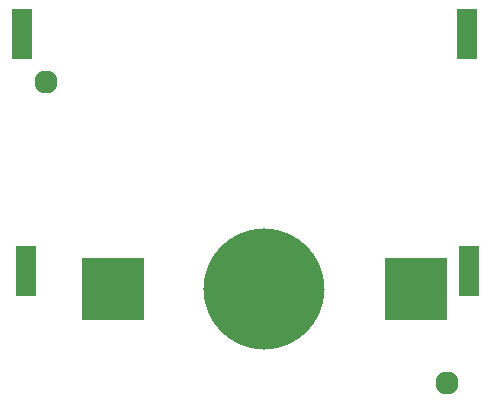
<source format=gbr>
%FSLAX35Y35*%
%MOIN*%
G04 EasyPC Gerber Version 18.0.9 Build 3640 *
%ADD81R,0.07000X0.16748*%
%ADD82R,0.21079X0.21079*%
%ADD23C,0.07000*%
%ADD26C,0.07706*%
%ADD83C,0.40370*%
X0Y0D02*
D02*
D23*
X41730Y122470D03*
X175589Y22077D03*
D02*
D26*
X41730Y122470D03*
X175589Y22077D03*
D02*
D81*
X33856Y138219D03*
X35037Y59478D03*
X182281Y138219D03*
X182675Y59478D03*
D02*
D82*
X64171Y53356D03*
X164959D03*
D02*
D83*
X114565D03*
X0Y0D02*
M02*

</source>
